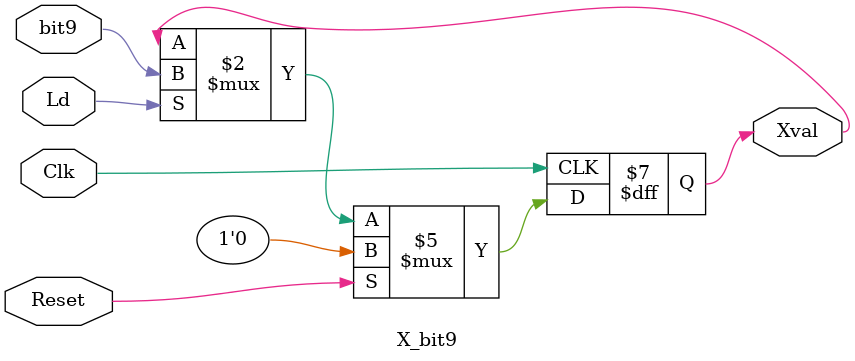
<source format=sv>
`timescale 1ns / 1ps


module X_bit9(input logic Clk, Reset, Ld, bit9,
              output logic Xval);
              
    always_ff @ (posedge Clk)
    begin
        if(Reset)
            Xval <= 1'b0;
        else if(Ld)
            Xval <= bit9; // store the sign bit of the sum into X 
    end

endmodule

</source>
